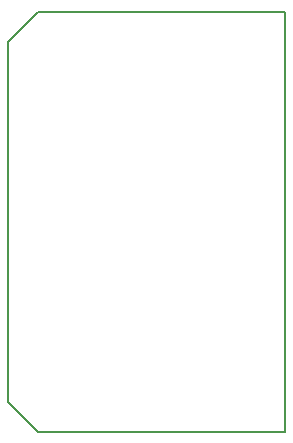
<source format=gm1>
G04 #@! TF.FileFunction,Profile,NP*
%FSLAX46Y46*%
G04 Gerber Fmt 4.6, Leading zero omitted, Abs format (unit mm)*
G04 Created by KiCad (PCBNEW 4.0.7-e2-6376~58~ubuntu17.04.1) date Thu Oct  5 13:20:25 2017*
%MOMM*%
%LPD*%
G01*
G04 APERTURE LIST*
%ADD10C,0.100000*%
%ADD11C,0.150000*%
G04 APERTURE END LIST*
D10*
D11*
X166370000Y-102870000D02*
X186690000Y-102870000D01*
X163830000Y-105410000D02*
X166370000Y-102870000D01*
X163830000Y-135890000D02*
X163830000Y-105410000D01*
X166370000Y-138430000D02*
X163830000Y-135890000D01*
X187325000Y-138430000D02*
X186690000Y-138430000D01*
X187325000Y-102870000D02*
X187325000Y-138430000D01*
X186690000Y-102870000D02*
X187325000Y-102870000D01*
X166370000Y-138430000D02*
X186690000Y-138430000D01*
M02*

</source>
